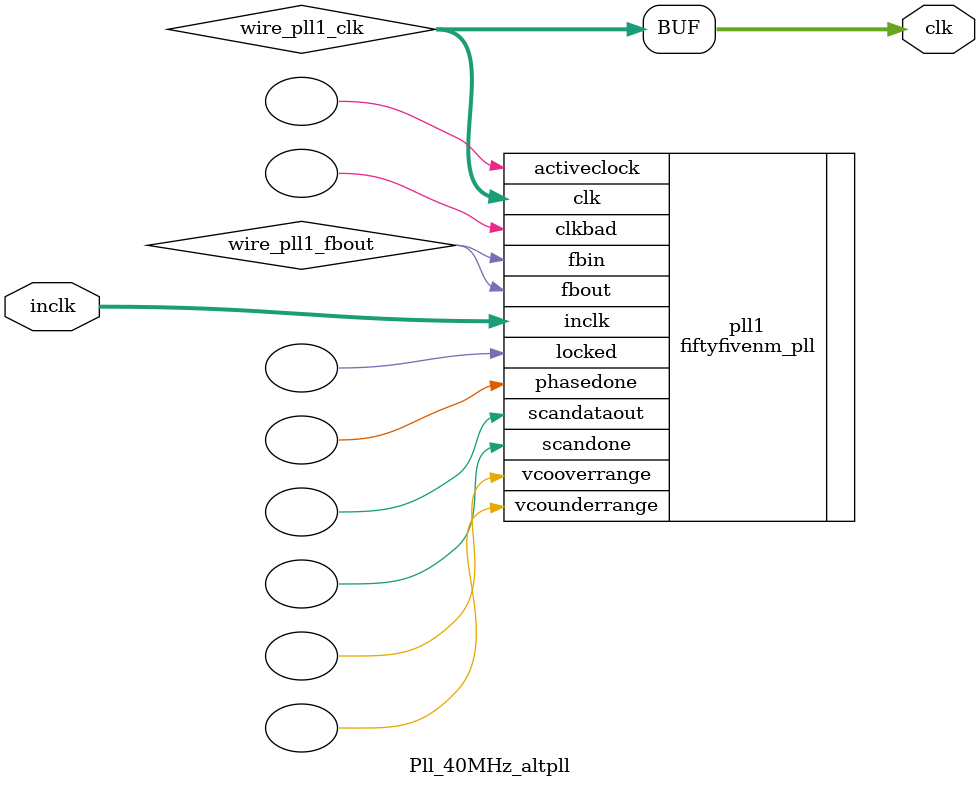
<source format=v>






//synthesis_resources = fiftyfivenm_pll 1 
//synopsys translate_off
`timescale 1 ps / 1 ps
//synopsys translate_on
module  Pll_40MHz_altpll
	( 
	clk,
	inclk) /* synthesis synthesis_clearbox=1 */;
	output   [4:0]  clk;
	input   [1:0]  inclk;
`ifndef ALTERA_RESERVED_QIS
// synopsys translate_off
`endif
	tri0   [1:0]  inclk;
`ifndef ALTERA_RESERVED_QIS
// synopsys translate_on
`endif

	wire  [4:0]   wire_pll1_clk;
	wire  wire_pll1_fbout;

	fiftyfivenm_pll   pll1
	( 
	.activeclock(),
	.clk(wire_pll1_clk),
	.clkbad(),
	.fbin(wire_pll1_fbout),
	.fbout(wire_pll1_fbout),
	.inclk(inclk),
	.locked(),
	.phasedone(),
	.scandataout(),
	.scandone(),
	.vcooverrange(),
	.vcounderrange()
	`ifndef FORMAL_VERIFICATION
	// synopsys translate_off
	`endif
	,
	.areset(1'b0),
	.clkswitch(1'b0),
	.configupdate(1'b0),
	.pfdena(1'b1),
	.phasecounterselect({3{1'b0}}),
	.phasestep(1'b0),
	.phaseupdown(1'b0),
	.scanclk(1'b0),
	.scanclkena(1'b1),
	.scandata(1'b0)
	`ifndef FORMAL_VERIFICATION
	// synopsys translate_on
	`endif
	);
	defparam
		pll1.bandwidth_type = "auto",
		pll1.clk0_divide_by = 5,
		pll1.clk0_duty_cycle = 50,
		pll1.clk0_multiply_by = 4,
		pll1.clk0_phase_shift = "0",
		pll1.compensate_clock = "clk0",
		pll1.inclk0_input_frequency = 20000,
		pll1.operation_mode = "normal",
		pll1.pll_type = "auto",
		pll1.lpm_type = "fiftyfivenm_pll";
	assign
		clk = {wire_pll1_clk[4:0]};
endmodule //Pll_40MHz_altpll
//VALID FILE

</source>
